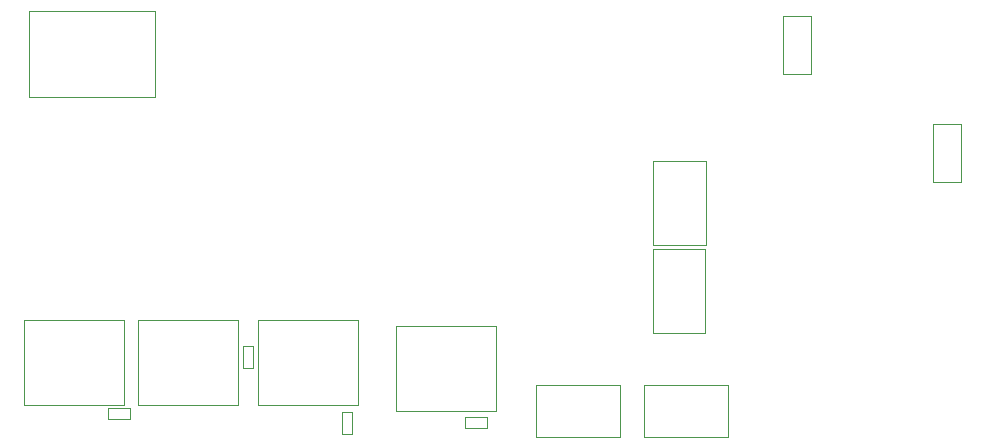
<source format=gbr>
%TF.GenerationSoftware,KiCad,Pcbnew,8.0.0*%
%TF.CreationDate,2024-03-13T17:22:47+01:00*%
%TF.ProjectId,BalloonMotherboardV3,42616c6c-6f6f-46e4-9d6f-74686572626f,rev?*%
%TF.SameCoordinates,Original*%
%TF.FileFunction,Other,User*%
%FSLAX46Y46*%
G04 Gerber Fmt 4.6, Leading zero omitted, Abs format (unit mm)*
G04 Created by KiCad (PCBNEW 8.0.0) date 2024-03-13 17:22:47*
%MOMM*%
%LPD*%
G01*
G04 APERTURE LIST*
%ADD10C,0.050000*%
%ADD11C,0.100000*%
G04 APERTURE END LIST*
D10*
%TO.C,ICH4*%
X67886000Y-163024000D02*
X67886000Y-170224000D01*
X67886000Y-170224000D02*
X76386000Y-170224000D01*
X76386000Y-163024000D02*
X67886000Y-163024000D01*
X76386000Y-170224000D02*
X76386000Y-163024000D01*
%TO.C,C60*%
X86408000Y-167026000D02*
X87328000Y-167026000D01*
X87328000Y-167026000D02*
X87328000Y-165206000D01*
X86408000Y-165206000D02*
X86408000Y-167026000D01*
X87328000Y-165206000D02*
X86408000Y-165206000D01*
%TO.C,D5*%
X121173200Y-156686200D02*
X125613200Y-156686200D01*
X125613200Y-156686200D02*
X125613200Y-149536200D01*
X121173200Y-149536200D02*
X121173200Y-156686200D01*
X125613200Y-149536200D02*
X121173200Y-149536200D01*
%TO.C,ICH6*%
X87698000Y-163024000D02*
X87698000Y-170224000D01*
X87698000Y-170224000D02*
X96198000Y-170224000D01*
X96198000Y-163024000D02*
X87698000Y-163024000D01*
X96198000Y-170224000D02*
X96198000Y-163024000D01*
%TO.C,D7*%
X121122400Y-164103000D02*
X125562400Y-164103000D01*
X125562400Y-164103000D02*
X125562400Y-156953000D01*
X121122400Y-156953000D02*
X121122400Y-164103000D01*
X125562400Y-156953000D02*
X121122400Y-156953000D01*
%TO.C,D9*%
X118383000Y-172908000D02*
X118383000Y-168468000D01*
X118383000Y-168468000D02*
X111233000Y-168468000D01*
X111233000Y-172908000D02*
X118383000Y-172908000D01*
X111233000Y-168468000D02*
X111233000Y-172908000D01*
%TO.C,C59*%
X75036000Y-170482000D02*
X75036000Y-171402000D01*
X75036000Y-171402000D02*
X76856000Y-171402000D01*
X76856000Y-170482000D02*
X75036000Y-170482000D01*
X76856000Y-171402000D02*
X76856000Y-170482000D01*
%TO.C,C27*%
X144900000Y-151324000D02*
X147200000Y-151324000D01*
X147200000Y-151324000D02*
X147200000Y-146364000D01*
X144900000Y-146364000D02*
X144900000Y-151324000D01*
X147200000Y-146364000D02*
X144900000Y-146364000D01*
%TO.C,D8*%
X127527000Y-172908000D02*
X127527000Y-168468000D01*
X127527000Y-168468000D02*
X120377000Y-168468000D01*
X120377000Y-172908000D02*
X127527000Y-172908000D01*
X120377000Y-168468000D02*
X120377000Y-172908000D01*
%TO.C,C61*%
X95710000Y-170794000D02*
X94790000Y-170794000D01*
X94790000Y-170794000D02*
X94790000Y-172614000D01*
X95710000Y-172614000D02*
X95710000Y-170794000D01*
X94790000Y-172614000D02*
X95710000Y-172614000D01*
%TO.C,C43*%
X134500000Y-137220000D02*
X132200000Y-137220000D01*
X132200000Y-137220000D02*
X132200000Y-142180000D01*
X134500000Y-142180000D02*
X134500000Y-137220000D01*
X132200000Y-142180000D02*
X134500000Y-142180000D01*
D11*
%TO.C,F1*%
X68360000Y-136812000D02*
X68360000Y-144112000D01*
X68360000Y-144112000D02*
X78960000Y-144112000D01*
X78960000Y-136812000D02*
X68360000Y-136812000D01*
X78960000Y-144112000D02*
X78960000Y-136812000D01*
D10*
%TO.C,ICH5*%
X77538000Y-163024000D02*
X77538000Y-170224000D01*
X77538000Y-170224000D02*
X86038000Y-170224000D01*
X86038000Y-163024000D02*
X77538000Y-163024000D01*
X86038000Y-170224000D02*
X86038000Y-163024000D01*
%TO.C,ICH7*%
X99382000Y-163532000D02*
X99382000Y-170732000D01*
X99382000Y-170732000D02*
X107882000Y-170732000D01*
X107882000Y-163532000D02*
X99382000Y-163532000D01*
X107882000Y-170732000D02*
X107882000Y-163532000D01*
%TO.C,C58*%
X107082000Y-172164000D02*
X107082000Y-171244000D01*
X107082000Y-171244000D02*
X105262000Y-171244000D01*
X105262000Y-172164000D02*
X107082000Y-172164000D01*
X105262000Y-171244000D02*
X105262000Y-172164000D01*
%TD*%
M02*

</source>
